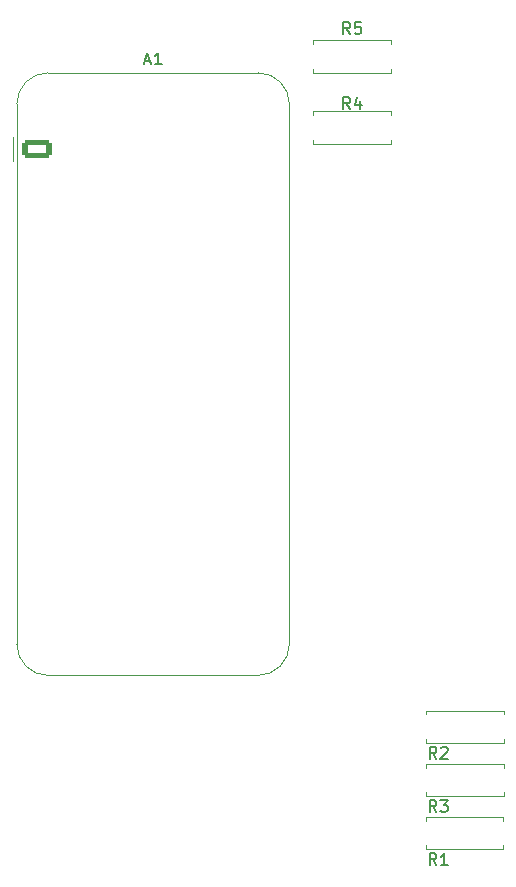
<source format=gbr>
%TF.GenerationSoftware,KiCad,Pcbnew,9.0.6*%
%TF.CreationDate,2025-11-20T03:37:51-08:00*%
%TF.ProjectId,Distance sensor PSC,44697374-616e-4636-9520-73656e736f72,2.0*%
%TF.SameCoordinates,Original*%
%TF.FileFunction,Legend,Top*%
%TF.FilePolarity,Positive*%
%FSLAX46Y46*%
G04 Gerber Fmt 4.6, Leading zero omitted, Abs format (unit mm)*
G04 Created by KiCad (PCBNEW 9.0.6) date 2025-11-20 03:37:51*
%MOMM*%
%LPD*%
G01*
G04 APERTURE LIST*
G04 Aperture macros list*
%AMRoundRect*
0 Rectangle with rounded corners*
0 $1 Rounding radius*
0 $2 $3 $4 $5 $6 $7 $8 $9 X,Y pos of 4 corners*
0 Add a 4 corners polygon primitive as box body*
4,1,4,$2,$3,$4,$5,$6,$7,$8,$9,$2,$3,0*
0 Add four circle primitives for the rounded corners*
1,1,$1+$1,$2,$3*
1,1,$1+$1,$4,$5*
1,1,$1+$1,$6,$7*
1,1,$1+$1,$8,$9*
0 Add four rect primitives between the rounded corners*
20,1,$1+$1,$2,$3,$4,$5,0*
20,1,$1+$1,$4,$5,$6,$7,0*
20,1,$1+$1,$6,$7,$8,$9,0*
20,1,$1+$1,$8,$9,$2,$3,0*%
G04 Aperture macros list end*
%ADD10C,0.150000*%
%ADD11C,0.120000*%
%ADD12C,1.600000*%
%ADD13C,2.500000*%
%ADD14RoundRect,0.250000X-1.050000X-0.550000X1.050000X-0.550000X1.050000X0.550000X-1.050000X0.550000X0*%
%ADD15O,2.600000X1.600000*%
%ADD16R,1.800000X1.800000*%
%ADD17C,1.800000*%
%ADD18R,1.700000X1.700000*%
%ADD19C,1.700000*%
%ADD20C,2.700000*%
G04 APERTURE END LIST*
D10*
X123023333Y-67954819D02*
X122690000Y-67478628D01*
X122451905Y-67954819D02*
X122451905Y-66954819D01*
X122451905Y-66954819D02*
X122832857Y-66954819D01*
X122832857Y-66954819D02*
X122928095Y-67002438D01*
X122928095Y-67002438D02*
X122975714Y-67050057D01*
X122975714Y-67050057D02*
X123023333Y-67145295D01*
X123023333Y-67145295D02*
X123023333Y-67288152D01*
X123023333Y-67288152D02*
X122975714Y-67383390D01*
X122975714Y-67383390D02*
X122928095Y-67431009D01*
X122928095Y-67431009D02*
X122832857Y-67478628D01*
X122832857Y-67478628D02*
X122451905Y-67478628D01*
X123880476Y-67288152D02*
X123880476Y-67954819D01*
X123642381Y-66907200D02*
X123404286Y-67621485D01*
X123404286Y-67621485D02*
X124023333Y-67621485D01*
X123023333Y-61584819D02*
X122690000Y-61108628D01*
X122451905Y-61584819D02*
X122451905Y-60584819D01*
X122451905Y-60584819D02*
X122832857Y-60584819D01*
X122832857Y-60584819D02*
X122928095Y-60632438D01*
X122928095Y-60632438D02*
X122975714Y-60680057D01*
X122975714Y-60680057D02*
X123023333Y-60775295D01*
X123023333Y-60775295D02*
X123023333Y-60918152D01*
X123023333Y-60918152D02*
X122975714Y-61013390D01*
X122975714Y-61013390D02*
X122928095Y-61061009D01*
X122928095Y-61061009D02*
X122832857Y-61108628D01*
X122832857Y-61108628D02*
X122451905Y-61108628D01*
X123928095Y-60584819D02*
X123451905Y-60584819D01*
X123451905Y-60584819D02*
X123404286Y-61061009D01*
X123404286Y-61061009D02*
X123451905Y-61013390D01*
X123451905Y-61013390D02*
X123547143Y-60965771D01*
X123547143Y-60965771D02*
X123785238Y-60965771D01*
X123785238Y-60965771D02*
X123880476Y-61013390D01*
X123880476Y-61013390D02*
X123928095Y-61061009D01*
X123928095Y-61061009D02*
X123975714Y-61156247D01*
X123975714Y-61156247D02*
X123975714Y-61394342D01*
X123975714Y-61394342D02*
X123928095Y-61489580D01*
X123928095Y-61489580D02*
X123880476Y-61537200D01*
X123880476Y-61537200D02*
X123785238Y-61584819D01*
X123785238Y-61584819D02*
X123547143Y-61584819D01*
X123547143Y-61584819D02*
X123451905Y-61537200D01*
X123451905Y-61537200D02*
X123404286Y-61489580D01*
X130333333Y-122954819D02*
X130000000Y-122478628D01*
X129761905Y-122954819D02*
X129761905Y-121954819D01*
X129761905Y-121954819D02*
X130142857Y-121954819D01*
X130142857Y-121954819D02*
X130238095Y-122002438D01*
X130238095Y-122002438D02*
X130285714Y-122050057D01*
X130285714Y-122050057D02*
X130333333Y-122145295D01*
X130333333Y-122145295D02*
X130333333Y-122288152D01*
X130333333Y-122288152D02*
X130285714Y-122383390D01*
X130285714Y-122383390D02*
X130238095Y-122431009D01*
X130238095Y-122431009D02*
X130142857Y-122478628D01*
X130142857Y-122478628D02*
X129761905Y-122478628D01*
X130714286Y-122050057D02*
X130761905Y-122002438D01*
X130761905Y-122002438D02*
X130857143Y-121954819D01*
X130857143Y-121954819D02*
X131095238Y-121954819D01*
X131095238Y-121954819D02*
X131190476Y-122002438D01*
X131190476Y-122002438D02*
X131238095Y-122050057D01*
X131238095Y-122050057D02*
X131285714Y-122145295D01*
X131285714Y-122145295D02*
X131285714Y-122240533D01*
X131285714Y-122240533D02*
X131238095Y-122383390D01*
X131238095Y-122383390D02*
X130666667Y-122954819D01*
X130666667Y-122954819D02*
X131285714Y-122954819D01*
X105625714Y-63889104D02*
X106101904Y-63889104D01*
X105530476Y-64174819D02*
X105863809Y-63174819D01*
X105863809Y-63174819D02*
X106197142Y-64174819D01*
X107054285Y-64174819D02*
X106482857Y-64174819D01*
X106768571Y-64174819D02*
X106768571Y-63174819D01*
X106768571Y-63174819D02*
X106673333Y-63317676D01*
X106673333Y-63317676D02*
X106578095Y-63412914D01*
X106578095Y-63412914D02*
X106482857Y-63460533D01*
X130333333Y-131954819D02*
X130000000Y-131478628D01*
X129761905Y-131954819D02*
X129761905Y-130954819D01*
X129761905Y-130954819D02*
X130142857Y-130954819D01*
X130142857Y-130954819D02*
X130238095Y-131002438D01*
X130238095Y-131002438D02*
X130285714Y-131050057D01*
X130285714Y-131050057D02*
X130333333Y-131145295D01*
X130333333Y-131145295D02*
X130333333Y-131288152D01*
X130333333Y-131288152D02*
X130285714Y-131383390D01*
X130285714Y-131383390D02*
X130238095Y-131431009D01*
X130238095Y-131431009D02*
X130142857Y-131478628D01*
X130142857Y-131478628D02*
X129761905Y-131478628D01*
X131285714Y-131954819D02*
X130714286Y-131954819D01*
X131000000Y-131954819D02*
X131000000Y-130954819D01*
X131000000Y-130954819D02*
X130904762Y-131097676D01*
X130904762Y-131097676D02*
X130809524Y-131192914D01*
X130809524Y-131192914D02*
X130714286Y-131240533D01*
X130333333Y-127454819D02*
X130000000Y-126978628D01*
X129761905Y-127454819D02*
X129761905Y-126454819D01*
X129761905Y-126454819D02*
X130142857Y-126454819D01*
X130142857Y-126454819D02*
X130238095Y-126502438D01*
X130238095Y-126502438D02*
X130285714Y-126550057D01*
X130285714Y-126550057D02*
X130333333Y-126645295D01*
X130333333Y-126645295D02*
X130333333Y-126788152D01*
X130333333Y-126788152D02*
X130285714Y-126883390D01*
X130285714Y-126883390D02*
X130238095Y-126931009D01*
X130238095Y-126931009D02*
X130142857Y-126978628D01*
X130142857Y-126978628D02*
X129761905Y-126978628D01*
X130666667Y-126454819D02*
X131285714Y-126454819D01*
X131285714Y-126454819D02*
X130952381Y-126835771D01*
X130952381Y-126835771D02*
X131095238Y-126835771D01*
X131095238Y-126835771D02*
X131190476Y-126883390D01*
X131190476Y-126883390D02*
X131238095Y-126931009D01*
X131238095Y-126931009D02*
X131285714Y-127026247D01*
X131285714Y-127026247D02*
X131285714Y-127264342D01*
X131285714Y-127264342D02*
X131238095Y-127359580D01*
X131238095Y-127359580D02*
X131190476Y-127407200D01*
X131190476Y-127407200D02*
X131095238Y-127454819D01*
X131095238Y-127454819D02*
X130809524Y-127454819D01*
X130809524Y-127454819D02*
X130714286Y-127407200D01*
X130714286Y-127407200D02*
X130666667Y-127359580D01*
D11*
%TO.C,R4*%
X119920000Y-68130000D02*
X119920000Y-68460000D01*
X119920000Y-70870000D02*
X119920000Y-70540000D01*
X126460000Y-68130000D02*
X119920000Y-68130000D01*
X126460000Y-68460000D02*
X126460000Y-68130000D01*
X126460000Y-70540000D02*
X126460000Y-70870000D01*
X126460000Y-70870000D02*
X119920000Y-70870000D01*
%TO.C,R5*%
X119920000Y-62130000D02*
X126460000Y-62130000D01*
X119920000Y-62460000D02*
X119920000Y-62130000D01*
X119920000Y-64540000D02*
X119920000Y-64870000D01*
X119920000Y-64870000D02*
X126460000Y-64870000D01*
X126460000Y-62130000D02*
X126460000Y-62460000D01*
X126460000Y-64870000D02*
X126460000Y-64540000D01*
%TO.C,R2*%
X129480000Y-118880000D02*
X136020000Y-118880000D01*
X129480000Y-119210000D02*
X129480000Y-118880000D01*
X129480000Y-121290000D02*
X129480000Y-121620000D01*
X129480000Y-121620000D02*
X136020000Y-121620000D01*
X136020000Y-118880000D02*
X136020000Y-119210000D01*
X136020000Y-121620000D02*
X136020000Y-121290000D01*
%TO.C,A1*%
X94480000Y-72340000D02*
X94480000Y-70340000D01*
X94800000Y-67530000D02*
X94800000Y-113250000D01*
X115230000Y-64880000D02*
X97450000Y-64880000D01*
X115230000Y-115900000D02*
X97450000Y-115900000D01*
X117880000Y-67530000D02*
X117880000Y-113250000D01*
X94800000Y-67530000D02*
G75*
G02*
X97450000Y-64880000I2650000J0D01*
G01*
X97450000Y-115900000D02*
G75*
G02*
X94800000Y-113250000I0J2650000D01*
G01*
X115230000Y-64880000D02*
G75*
G02*
X117880000Y-67530000I0J-2650000D01*
G01*
X117880000Y-113250000D02*
G75*
G02*
X115230000Y-115900000I-2650000J0D01*
G01*
%TO.C,R1*%
X129420000Y-127880000D02*
X135960000Y-127880000D01*
X129420000Y-128210000D02*
X129420000Y-127880000D01*
X129420000Y-130290000D02*
X129420000Y-130620000D01*
X129420000Y-130620000D02*
X135960000Y-130620000D01*
X135960000Y-127880000D02*
X135960000Y-128210000D01*
X135960000Y-130620000D02*
X135960000Y-130290000D01*
%TO.C,R3*%
X129480000Y-123380000D02*
X136020000Y-123380000D01*
X129480000Y-123710000D02*
X129480000Y-123380000D01*
X129480000Y-125790000D02*
X129480000Y-126120000D01*
X129480000Y-126120000D02*
X136020000Y-126120000D01*
X136020000Y-123380000D02*
X136020000Y-123710000D01*
X136020000Y-126120000D02*
X136020000Y-125790000D01*
%TD*%
%LPC*%
D12*
%TO.C,R4*%
X127000000Y-69500000D03*
X119380000Y-69500000D03*
%TD*%
%TO.C,R5*%
X119380000Y-63500000D03*
X127000000Y-63500000D03*
%TD*%
%TO.C,R2*%
X128940000Y-120250000D03*
X136560000Y-120250000D03*
%TD*%
D13*
%TO.C,REF\u002A\u002A*%
X172500000Y-51500000D03*
%TD*%
D14*
%TO.C,A1*%
X96480000Y-71340000D03*
D15*
X96480000Y-73880000D03*
X96480000Y-76420000D03*
X96480000Y-78960000D03*
X96480000Y-81500000D03*
X96480000Y-84040000D03*
X96480000Y-86580000D03*
X96480000Y-89120000D03*
X96480000Y-91660000D03*
X96480000Y-94200000D03*
X96480000Y-96740000D03*
X96480000Y-99280000D03*
X96480000Y-101820000D03*
X96480000Y-104360000D03*
X96480000Y-106900000D03*
X96480000Y-109440000D03*
X116200000Y-109440000D03*
X116200000Y-106900000D03*
X116200000Y-104360000D03*
X116200000Y-101820000D03*
X116200000Y-99280000D03*
X116200000Y-96740000D03*
X116200000Y-94200000D03*
X116200000Y-91660000D03*
X116200000Y-89120000D03*
X116200000Y-86580000D03*
X116200000Y-84040000D03*
X116200000Y-81500000D03*
%TD*%
D13*
%TO.C,REF\u002A\u002A*%
X92500000Y-51500000D03*
%TD*%
D12*
%TO.C,R1*%
X128880000Y-129250000D03*
X136500000Y-129250000D03*
%TD*%
%TO.C,R3*%
X128940000Y-124750000D03*
X136560000Y-124750000D03*
%TD*%
D13*
%TO.C,REF\u002A\u002A*%
X172500000Y-129000000D03*
%TD*%
%TO.C,REF\u002A\u002A*%
X92500000Y-129000000D03*
%TD*%
D16*
%TO.C,D3*%
X137500000Y-110000000D03*
D17*
X134960000Y-110000000D03*
%TD*%
D18*
%TO.C,U1*%
X148040000Y-73500000D03*
D19*
X145500000Y-73500000D03*
X142960000Y-73500000D03*
X140420000Y-73500000D03*
%TD*%
D20*
%TO.C,U2*%
X158500000Y-109464000D03*
X158500000Y-80000000D03*
X129544000Y-109464000D03*
X129544000Y-80000000D03*
D18*
X152912000Y-80000000D03*
D19*
X150372000Y-80000000D03*
X147832000Y-80000000D03*
X145292000Y-80000000D03*
X142752000Y-80000000D03*
X140212000Y-80000000D03*
X137672000Y-80000000D03*
X135132000Y-80000000D03*
%TD*%
D16*
%TO.C,D1*%
X153000000Y-110000000D03*
D17*
X150460000Y-110000000D03*
%TD*%
D16*
%TO.C,D2*%
X145250000Y-110000000D03*
D17*
X142710000Y-110000000D03*
%TD*%
%LPD*%
M02*

</source>
